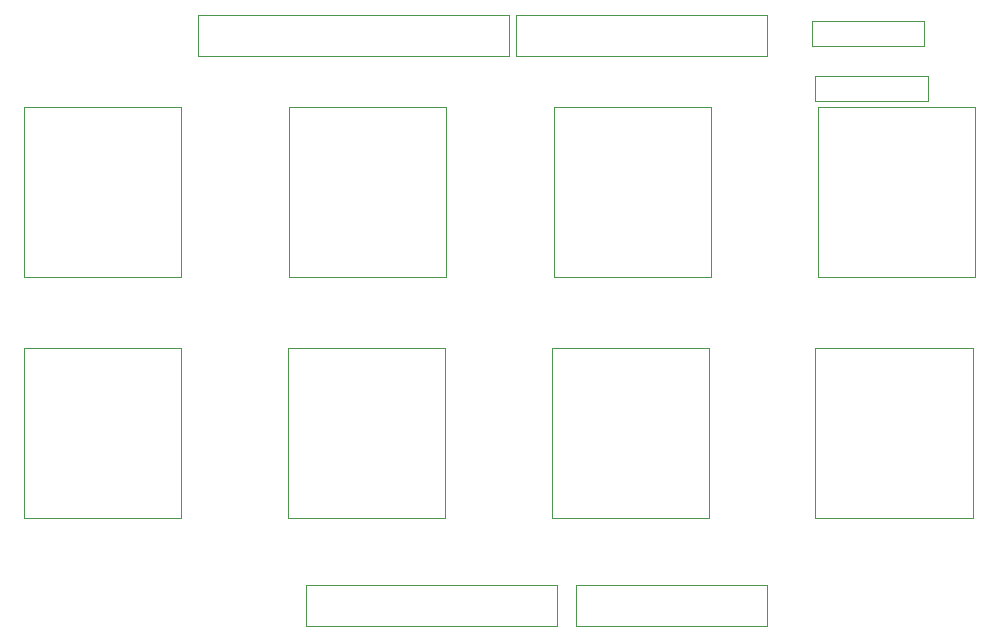
<source format=gbr>
G04 #@! TF.GenerationSoftware,KiCad,Pcbnew,(5.0.1-3-g963ef8bb5)*
G04 #@! TF.CreationDate,2019-07-05T13:12:53+05:30*
G04 #@! TF.ProjectId,8knobs-v2.1-orderworkshop,386B6E6F62732D76322E312D6F726465,rev?*
G04 #@! TF.SameCoordinates,Original*
G04 #@! TF.FileFunction,Other,User*
%FSLAX46Y46*%
G04 Gerber Fmt 4.6, Leading zero omitted, Abs format (unit mm)*
G04 Created by KiCad (PCBNEW (5.0.1-3-g963ef8bb5)) date 2019 July 05, Friday 13:12:53*
%MOMM*%
%LPD*%
G01*
G04 APERTURE LIST*
%ADD10C,0.050000*%
G04 APERTURE END LIST*
D10*
G04 #@! TO.C,RV4*
X148981333Y-116365000D02*
X148981333Y-101965000D01*
X135681333Y-116365000D02*
X148981333Y-116365000D01*
X135681333Y-101965000D02*
X135681333Y-116365000D01*
X148981333Y-101965000D02*
X135681333Y-101965000D01*
G04 #@! TO.C,RV1*
X113348000Y-81615000D02*
X113348000Y-96015000D01*
X126648000Y-81615000D02*
X113348000Y-81615000D01*
X126648000Y-96015000D02*
X126648000Y-81615000D01*
X113348000Y-96015000D02*
X126648000Y-96015000D01*
G04 #@! TO.C,R2*
X189568000Y-74315000D02*
X180048000Y-74315000D01*
X189568000Y-76415000D02*
X189568000Y-74315000D01*
X180048000Y-76415000D02*
X189568000Y-76415000D01*
X180048000Y-74315000D02*
X180048000Y-76415000D01*
G04 #@! TO.C,R1*
X180348000Y-79015000D02*
X180348000Y-81115000D01*
X180348000Y-81115000D02*
X189868000Y-81115000D01*
X189868000Y-81115000D02*
X189868000Y-79015000D01*
X189868000Y-79015000D02*
X180348000Y-79015000D01*
G04 #@! TO.C,P1*
X137188000Y-122075000D02*
X137188000Y-125575000D01*
X158488000Y-122075000D02*
X158488000Y-125575000D01*
X137188000Y-122075000D02*
X158488000Y-122075000D01*
X137188000Y-125575000D02*
X158488000Y-125575000D01*
G04 #@! TO.C,P2*
X160048000Y-122075000D02*
X160048000Y-125575000D01*
X176248000Y-122075000D02*
X176248000Y-125575000D01*
X160048000Y-122075000D02*
X176248000Y-122075000D01*
X160048000Y-125575000D02*
X176248000Y-125575000D01*
G04 #@! TO.C,P3*
X128044000Y-73815000D02*
X128044000Y-77315000D01*
X154444000Y-73815000D02*
X154444000Y-77315000D01*
X128044000Y-73815000D02*
X154444000Y-73815000D01*
X128044000Y-77315000D02*
X154444000Y-77315000D01*
G04 #@! TO.C,P4*
X154968000Y-73815000D02*
X154968000Y-77315000D01*
X176268000Y-73815000D02*
X176268000Y-77315000D01*
X154968000Y-73815000D02*
X176268000Y-73815000D01*
X154968000Y-77315000D02*
X176268000Y-77315000D01*
G04 #@! TO.C,RV2*
X126648000Y-101965000D02*
X113348000Y-101965000D01*
X113348000Y-101965000D02*
X113348000Y-116365000D01*
X113348000Y-116365000D02*
X126648000Y-116365000D01*
X126648000Y-116365000D02*
X126648000Y-101965000D01*
G04 #@! TO.C,RV3*
X135764666Y-96015000D02*
X149064666Y-96015000D01*
X149064666Y-96015000D02*
X149064666Y-81615000D01*
X149064666Y-81615000D02*
X135764666Y-81615000D01*
X135764666Y-81615000D02*
X135764666Y-96015000D01*
G04 #@! TO.C,RV5*
X158181332Y-96015000D02*
X171481332Y-96015000D01*
X171481332Y-96015000D02*
X171481332Y-81615000D01*
X171481332Y-81615000D02*
X158181332Y-81615000D01*
X158181332Y-81615000D02*
X158181332Y-96015000D01*
G04 #@! TO.C,RV6*
X171314666Y-101965000D02*
X158014666Y-101965000D01*
X158014666Y-101965000D02*
X158014666Y-116365000D01*
X158014666Y-116365000D02*
X171314666Y-116365000D01*
X171314666Y-116365000D02*
X171314666Y-101965000D01*
G04 #@! TO.C,RV7*
X180598000Y-81615000D02*
X180598000Y-96015000D01*
X193898000Y-81615000D02*
X180598000Y-81615000D01*
X193898000Y-96015000D02*
X193898000Y-81615000D01*
X180598000Y-96015000D02*
X193898000Y-96015000D01*
G04 #@! TO.C,RV8*
X193648000Y-116365000D02*
X193648000Y-101965000D01*
X180348000Y-116365000D02*
X193648000Y-116365000D01*
X180348000Y-101965000D02*
X180348000Y-116365000D01*
X193648000Y-101965000D02*
X180348000Y-101965000D01*
G04 #@! TD*
M02*

</source>
